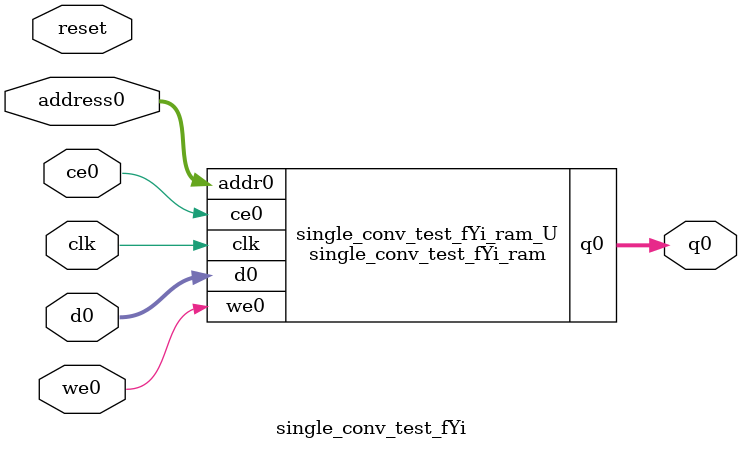
<source format=v>
`timescale 1 ns / 1 ps
module single_conv_test_fYi_ram (addr0, ce0, d0, we0, q0,  clk);

parameter DWIDTH = 32;
parameter AWIDTH = 6;
parameter MEM_SIZE = 36;

input[AWIDTH-1:0] addr0;
input ce0;
input[DWIDTH-1:0] d0;
input we0;
output reg[DWIDTH-1:0] q0;
input clk;

(* ram_style = "block" *)reg [DWIDTH-1:0] ram[0:MEM_SIZE-1];




always @(posedge clk)  
begin 
    if (ce0) 
    begin
        if (we0) 
        begin 
            ram[addr0] <= d0; 
        end 
        q0 <= ram[addr0];
    end
end


endmodule

`timescale 1 ns / 1 ps
module single_conv_test_fYi(
    reset,
    clk,
    address0,
    ce0,
    we0,
    d0,
    q0);

parameter DataWidth = 32'd32;
parameter AddressRange = 32'd36;
parameter AddressWidth = 32'd6;
input reset;
input clk;
input[AddressWidth - 1:0] address0;
input ce0;
input we0;
input[DataWidth - 1:0] d0;
output[DataWidth - 1:0] q0;



single_conv_test_fYi_ram single_conv_test_fYi_ram_U(
    .clk( clk ),
    .addr0( address0 ),
    .ce0( ce0 ),
    .we0( we0 ),
    .d0( d0 ),
    .q0( q0 ));

endmodule


</source>
